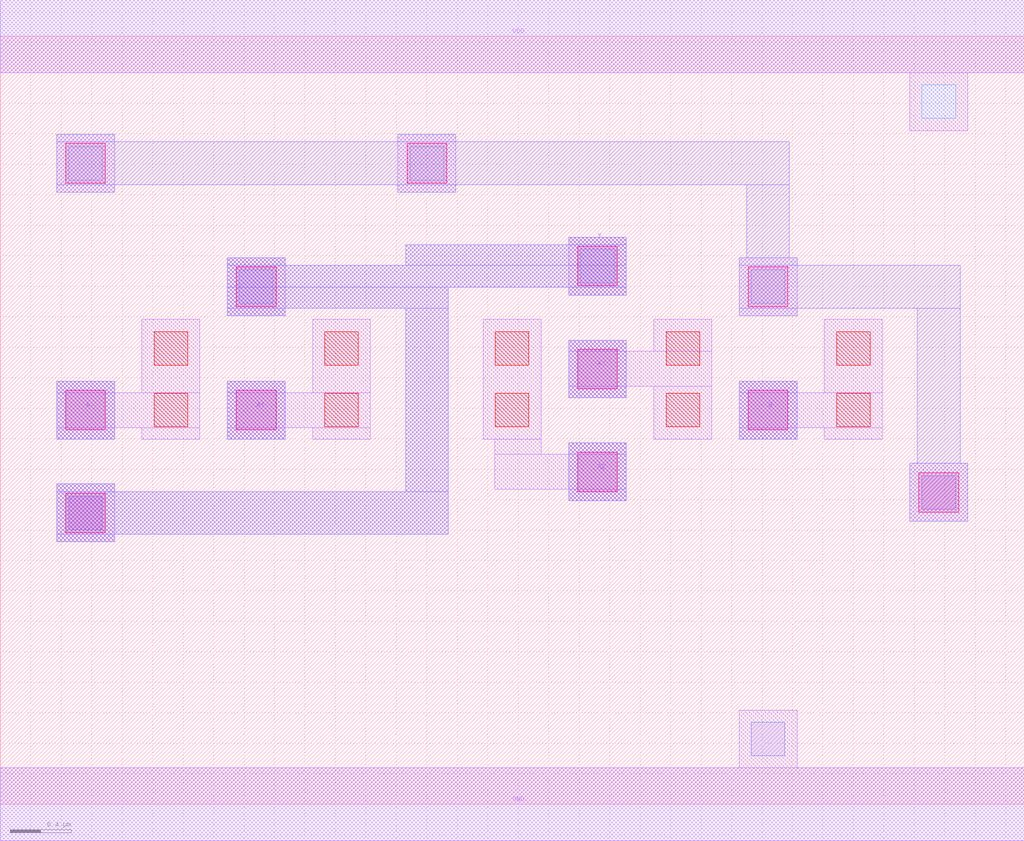
<source format=lef>
MACRO AOI41
 CLASS CORE ;
 FOREIGN AOI41 0 0 ;
 SIZE 6.72 BY 5.04 ;
 ORIGIN 0 0 ;
 SYMMETRY X Y R90 ;
 SITE unit ;
  PIN VDD
   DIRECTION INOUT ;
   USE POWER ;
   SHAPE ABUTMENT ;
    PORT
     CLASS CORE ;
       LAYER met1 ;
        RECT 0.00000000 4.80000000 6.72000000 5.28000000 ;
    END
  END VDD

  PIN GND
   DIRECTION INOUT ;
   USE POWER ;
   SHAPE ABUTMENT ;
    PORT
     CLASS CORE ;
       LAYER met1 ;
        RECT 0.00000000 -0.24000000 6.72000000 0.24000000 ;
    END
  END GND

  PIN Y
   DIRECTION INOUT ;
   USE SIGNAL ;
   SHAPE ABUTMENT ;
    PORT
     CLASS CORE ;
       LAYER met2 ;
        RECT 0.37000000 1.72200000 0.75000000 1.77200000 ;
        RECT 0.37000000 1.77200000 2.94000000 2.05200000 ;
        RECT 0.37000000 2.05200000 0.75000000 2.10200000 ;
        RECT 1.49000000 3.20700000 1.87000000 3.25700000 ;
        RECT 2.66000000 2.05200000 2.94000000 3.25700000 ;
        RECT 1.49000000 3.25700000 2.94000000 3.39200000 ;
        RECT 3.73000000 3.34200000 4.11000000 3.39200000 ;
        RECT 1.49000000 3.39200000 4.11000000 3.53700000 ;
        RECT 1.49000000 3.53700000 1.87000000 3.58700000 ;
        RECT 2.66000000 3.53700000 4.11000000 3.67200000 ;
        RECT 3.73000000 3.67200000 4.11000000 3.72200000 ;
    END
  END Y

  PIN A
   DIRECTION INOUT ;
   USE SIGNAL ;
   SHAPE ABUTMENT ;
    PORT
     CLASS CORE ;
       LAYER met2 ;
        RECT 0.37000000 2.39700000 0.75000000 2.77700000 ;
    END
  END A

  PIN A2
   DIRECTION INOUT ;
   USE SIGNAL ;
   SHAPE ABUTMENT ;
    PORT
     CLASS CORE ;
       LAYER met2 ;
        RECT 3.73000000 1.99200000 4.11000000 2.37200000 ;
    END
  END A2

  PIN A1
   DIRECTION INOUT ;
   USE SIGNAL ;
   SHAPE ABUTMENT ;
    PORT
     CLASS CORE ;
       LAYER met2 ;
        RECT 1.49000000 2.39700000 1.87000000 2.77700000 ;
    END
  END A1

  PIN A3
   DIRECTION INOUT ;
   USE SIGNAL ;
   SHAPE ABUTMENT ;
    PORT
     CLASS CORE ;
       LAYER met2 ;
        RECT 3.73000000 2.66700000 4.11000000 3.04700000 ;
    END
  END A3

  PIN B
   DIRECTION INOUT ;
   USE SIGNAL ;
   SHAPE ABUTMENT ;
    PORT
     CLASS CORE ;
       LAYER met2 ;
        RECT 4.85000000 2.39700000 5.23000000 2.77700000 ;
    END
  END B

 OBS
    LAYER polycont ;
     RECT 1.01000000 2.47700000 1.23000000 2.69700000 ;
     RECT 2.13000000 2.47700000 2.35000000 2.69700000 ;
     RECT 3.25000000 2.47700000 3.47000000 2.69700000 ;
     RECT 4.37000000 2.47700000 4.59000000 2.69700000 ;
     RECT 5.49000000 2.47700000 5.71000000 2.69700000 ;
     RECT 1.01000000 2.88200000 1.23000000 3.10200000 ;
     RECT 2.13000000 2.88200000 2.35000000 3.10200000 ;
     RECT 3.25000000 2.88200000 3.47000000 3.10200000 ;
     RECT 4.37000000 2.88200000 4.59000000 3.10200000 ;
     RECT 5.49000000 2.88200000 5.71000000 3.10200000 ;

    LAYER pdiffc ;
     RECT 1.57000000 3.28700000 1.79000000 3.50700000 ;
     RECT 4.93000000 3.28700000 5.15000000 3.50700000 ;
     RECT 3.81000000 3.42200000 4.03000000 3.64200000 ;
     RECT 0.45000000 4.09700000 0.67000000 4.31700000 ;
     RECT 2.69000000 4.09700000 2.91000000 4.31700000 ;
     RECT 6.05000000 4.50200000 6.27000000 4.72200000 ;

    LAYER ndiffc ;
     RECT 4.93000000 0.31700000 5.15000000 0.53700000 ;
     RECT 0.45000000 1.80200000 0.67000000 2.02200000 ;
     RECT 6.05000000 1.93700000 6.27000000 2.15700000 ;

    LAYER met1 ;
     RECT 0.00000000 -0.24000000 6.72000000 0.24000000 ;
     RECT 4.85000000 0.24000000 5.23000000 0.61700000 ;
     RECT 0.37000000 1.72200000 0.75000000 2.10200000 ;
     RECT 5.97000000 1.85700000 6.35000000 2.23700000 ;
     RECT 0.37000000 2.39700000 0.75000000 2.47200000 ;
     RECT 0.93000000 2.39700000 1.31000000 2.47200000 ;
     RECT 0.37000000 2.47200000 1.31000000 2.70200000 ;
     RECT 0.37000000 2.70200000 0.75000000 2.77700000 ;
     RECT 0.93000000 2.70200000 1.31000000 3.18200000 ;
     RECT 1.49000000 2.39700000 1.87000000 2.47200000 ;
     RECT 2.05000000 2.39700000 2.43000000 2.47200000 ;
     RECT 1.49000000 2.47200000 2.43000000 2.70200000 ;
     RECT 1.49000000 2.70200000 1.87000000 2.77700000 ;
     RECT 2.05000000 2.70200000 2.43000000 3.18200000 ;
     RECT 3.73000000 1.99200000 4.11000000 2.06700000 ;
     RECT 3.24500000 2.06700000 4.11000000 2.29700000 ;
     RECT 3.73000000 2.29700000 4.11000000 2.37200000 ;
     RECT 3.24500000 2.29700000 3.55000000 2.39700000 ;
     RECT 3.17000000 2.39700000 3.55000000 3.18200000 ;
     RECT 3.73000000 2.66700000 4.11000000 2.74200000 ;
     RECT 4.29000000 2.39700000 4.67000000 2.74200000 ;
     RECT 3.73000000 2.74200000 4.67000000 2.97200000 ;
     RECT 3.73000000 2.97200000 4.11000000 3.04700000 ;
     RECT 4.29000000 2.97200000 4.67000000 3.18200000 ;
     RECT 4.85000000 2.39700000 5.23000000 2.47200000 ;
     RECT 5.41000000 2.39700000 5.79000000 2.47200000 ;
     RECT 4.85000000 2.47200000 5.79000000 2.70200000 ;
     RECT 4.85000000 2.70200000 5.23000000 2.77700000 ;
     RECT 5.41000000 2.70200000 5.79000000 3.18200000 ;
     RECT 1.49000000 3.20700000 1.87000000 3.58700000 ;
     RECT 4.85000000 3.20700000 5.23000000 3.58700000 ;
     RECT 3.73000000 3.34200000 4.11000000 3.72200000 ;
     RECT 0.37000000 4.01700000 0.75000000 4.39700000 ;
     RECT 2.61000000 4.01700000 2.99000000 4.39700000 ;
     RECT 5.97000000 4.42200000 6.35000000 4.80000000 ;
     RECT 0.00000000 4.80000000 6.72000000 5.28000000 ;

    LAYER via1 ;
     RECT 0.43000000 1.78200000 0.69000000 2.04200000 ;
     RECT 6.03000000 1.91700000 6.29000000 2.17700000 ;
     RECT 3.79000000 2.05200000 4.05000000 2.31200000 ;
     RECT 0.43000000 2.45700000 0.69000000 2.71700000 ;
     RECT 1.55000000 2.45700000 1.81000000 2.71700000 ;
     RECT 4.91000000 2.45700000 5.17000000 2.71700000 ;
     RECT 3.79000000 2.72700000 4.05000000 2.98700000 ;
     RECT 1.55000000 3.26700000 1.81000000 3.52700000 ;
     RECT 4.91000000 3.26700000 5.17000000 3.52700000 ;
     RECT 3.79000000 3.40200000 4.05000000 3.66200000 ;
     RECT 0.43000000 4.07700000 0.69000000 4.33700000 ;
     RECT 2.67000000 4.07700000 2.93000000 4.33700000 ;

    LAYER met2 ;
     RECT 3.73000000 1.99200000 4.11000000 2.37200000 ;
     RECT 0.37000000 2.39700000 0.75000000 2.77700000 ;
     RECT 1.49000000 2.39700000 1.87000000 2.77700000 ;
     RECT 4.85000000 2.39700000 5.23000000 2.77700000 ;
     RECT 3.73000000 2.66700000 4.11000000 3.04700000 ;
     RECT 0.37000000 1.72200000 0.75000000 1.77200000 ;
     RECT 0.37000000 1.77200000 2.94000000 2.05200000 ;
     RECT 0.37000000 2.05200000 0.75000000 2.10200000 ;
     RECT 1.49000000 3.20700000 1.87000000 3.25700000 ;
     RECT 2.66000000 2.05200000 2.94000000 3.25700000 ;
     RECT 1.49000000 3.25700000 2.94000000 3.39200000 ;
     RECT 3.73000000 3.34200000 4.11000000 3.39200000 ;
     RECT 1.49000000 3.39200000 4.11000000 3.53700000 ;
     RECT 1.49000000 3.53700000 1.87000000 3.58700000 ;
     RECT 2.66000000 3.53700000 4.11000000 3.67200000 ;
     RECT 3.73000000 3.67200000 4.11000000 3.72200000 ;
     RECT 5.97000000 1.85700000 6.35000000 2.23700000 ;
     RECT 4.85000000 3.20700000 5.23000000 3.25700000 ;
     RECT 6.02000000 2.23700000 6.30000000 3.25700000 ;
     RECT 4.85000000 3.25700000 6.30000000 3.53700000 ;
     RECT 4.85000000 3.53700000 5.23000000 3.58700000 ;
     RECT 0.37000000 4.01700000 0.75000000 4.06700000 ;
     RECT 2.61000000 4.01700000 2.99000000 4.06700000 ;
     RECT 4.90000000 3.58700000 5.18000000 4.06700000 ;
     RECT 0.37000000 4.06700000 5.18000000 4.34700000 ;
     RECT 0.37000000 4.34700000 0.75000000 4.39700000 ;
     RECT 2.61000000 4.34700000 2.99000000 4.39700000 ;

 END
END AOI41

</source>
